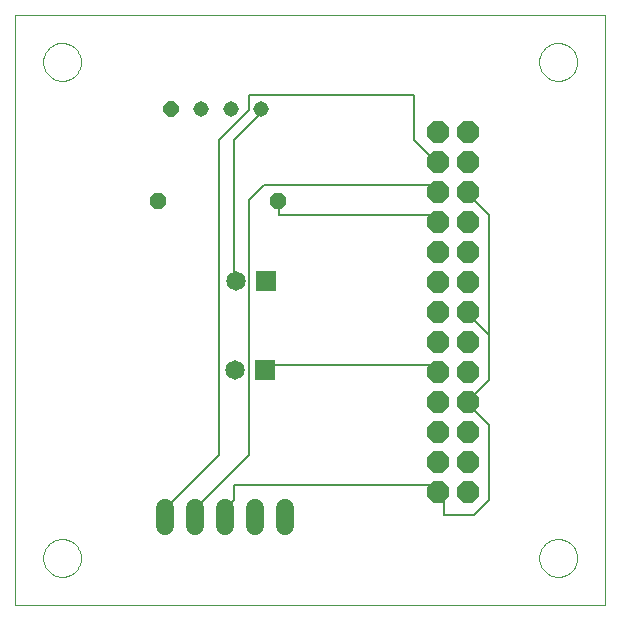
<source format=gbl>
G75*
%MOIN*%
%OFA0B0*%
%FSLAX24Y24*%
%IPPOS*%
%LPD*%
%AMOC8*
5,1,8,0,0,1.08239X$1,22.5*
%
%ADD10C,0.0000*%
%ADD11OC8,0.0515*%
%ADD12C,0.0515*%
%ADD13OC8,0.0740*%
%ADD14R,0.0650X0.0650*%
%ADD15C,0.0650*%
%ADD16OC8,0.0520*%
%ADD17C,0.0600*%
%ADD18C,0.0060*%
D10*
X000100Y000100D02*
X000100Y019785D01*
X019785Y019785D01*
X019785Y000100D01*
X000100Y000100D01*
X001045Y001675D02*
X001047Y001725D01*
X001053Y001775D01*
X001063Y001824D01*
X001077Y001872D01*
X001094Y001919D01*
X001115Y001964D01*
X001140Y002008D01*
X001168Y002049D01*
X001200Y002088D01*
X001234Y002125D01*
X001271Y002159D01*
X001311Y002189D01*
X001353Y002216D01*
X001397Y002240D01*
X001443Y002261D01*
X001490Y002277D01*
X001538Y002290D01*
X001588Y002299D01*
X001637Y002304D01*
X001688Y002305D01*
X001738Y002302D01*
X001787Y002295D01*
X001836Y002284D01*
X001884Y002269D01*
X001930Y002251D01*
X001975Y002229D01*
X002018Y002203D01*
X002059Y002174D01*
X002098Y002142D01*
X002134Y002107D01*
X002166Y002069D01*
X002196Y002029D01*
X002223Y001986D01*
X002246Y001942D01*
X002265Y001896D01*
X002281Y001848D01*
X002293Y001799D01*
X002301Y001750D01*
X002305Y001700D01*
X002305Y001650D01*
X002301Y001600D01*
X002293Y001551D01*
X002281Y001502D01*
X002265Y001454D01*
X002246Y001408D01*
X002223Y001364D01*
X002196Y001321D01*
X002166Y001281D01*
X002134Y001243D01*
X002098Y001208D01*
X002059Y001176D01*
X002018Y001147D01*
X001975Y001121D01*
X001930Y001099D01*
X001884Y001081D01*
X001836Y001066D01*
X001787Y001055D01*
X001738Y001048D01*
X001688Y001045D01*
X001637Y001046D01*
X001588Y001051D01*
X001538Y001060D01*
X001490Y001073D01*
X001443Y001089D01*
X001397Y001110D01*
X001353Y001134D01*
X001311Y001161D01*
X001271Y001191D01*
X001234Y001225D01*
X001200Y001262D01*
X001168Y001301D01*
X001140Y001342D01*
X001115Y001386D01*
X001094Y001431D01*
X001077Y001478D01*
X001063Y001526D01*
X001053Y001575D01*
X001047Y001625D01*
X001045Y001675D01*
X001045Y018210D02*
X001047Y018260D01*
X001053Y018310D01*
X001063Y018359D01*
X001077Y018407D01*
X001094Y018454D01*
X001115Y018499D01*
X001140Y018543D01*
X001168Y018584D01*
X001200Y018623D01*
X001234Y018660D01*
X001271Y018694D01*
X001311Y018724D01*
X001353Y018751D01*
X001397Y018775D01*
X001443Y018796D01*
X001490Y018812D01*
X001538Y018825D01*
X001588Y018834D01*
X001637Y018839D01*
X001688Y018840D01*
X001738Y018837D01*
X001787Y018830D01*
X001836Y018819D01*
X001884Y018804D01*
X001930Y018786D01*
X001975Y018764D01*
X002018Y018738D01*
X002059Y018709D01*
X002098Y018677D01*
X002134Y018642D01*
X002166Y018604D01*
X002196Y018564D01*
X002223Y018521D01*
X002246Y018477D01*
X002265Y018431D01*
X002281Y018383D01*
X002293Y018334D01*
X002301Y018285D01*
X002305Y018235D01*
X002305Y018185D01*
X002301Y018135D01*
X002293Y018086D01*
X002281Y018037D01*
X002265Y017989D01*
X002246Y017943D01*
X002223Y017899D01*
X002196Y017856D01*
X002166Y017816D01*
X002134Y017778D01*
X002098Y017743D01*
X002059Y017711D01*
X002018Y017682D01*
X001975Y017656D01*
X001930Y017634D01*
X001884Y017616D01*
X001836Y017601D01*
X001787Y017590D01*
X001738Y017583D01*
X001688Y017580D01*
X001637Y017581D01*
X001588Y017586D01*
X001538Y017595D01*
X001490Y017608D01*
X001443Y017624D01*
X001397Y017645D01*
X001353Y017669D01*
X001311Y017696D01*
X001271Y017726D01*
X001234Y017760D01*
X001200Y017797D01*
X001168Y017836D01*
X001140Y017877D01*
X001115Y017921D01*
X001094Y017966D01*
X001077Y018013D01*
X001063Y018061D01*
X001053Y018110D01*
X001047Y018160D01*
X001045Y018210D01*
X017580Y018210D02*
X017582Y018260D01*
X017588Y018310D01*
X017598Y018359D01*
X017612Y018407D01*
X017629Y018454D01*
X017650Y018499D01*
X017675Y018543D01*
X017703Y018584D01*
X017735Y018623D01*
X017769Y018660D01*
X017806Y018694D01*
X017846Y018724D01*
X017888Y018751D01*
X017932Y018775D01*
X017978Y018796D01*
X018025Y018812D01*
X018073Y018825D01*
X018123Y018834D01*
X018172Y018839D01*
X018223Y018840D01*
X018273Y018837D01*
X018322Y018830D01*
X018371Y018819D01*
X018419Y018804D01*
X018465Y018786D01*
X018510Y018764D01*
X018553Y018738D01*
X018594Y018709D01*
X018633Y018677D01*
X018669Y018642D01*
X018701Y018604D01*
X018731Y018564D01*
X018758Y018521D01*
X018781Y018477D01*
X018800Y018431D01*
X018816Y018383D01*
X018828Y018334D01*
X018836Y018285D01*
X018840Y018235D01*
X018840Y018185D01*
X018836Y018135D01*
X018828Y018086D01*
X018816Y018037D01*
X018800Y017989D01*
X018781Y017943D01*
X018758Y017899D01*
X018731Y017856D01*
X018701Y017816D01*
X018669Y017778D01*
X018633Y017743D01*
X018594Y017711D01*
X018553Y017682D01*
X018510Y017656D01*
X018465Y017634D01*
X018419Y017616D01*
X018371Y017601D01*
X018322Y017590D01*
X018273Y017583D01*
X018223Y017580D01*
X018172Y017581D01*
X018123Y017586D01*
X018073Y017595D01*
X018025Y017608D01*
X017978Y017624D01*
X017932Y017645D01*
X017888Y017669D01*
X017846Y017696D01*
X017806Y017726D01*
X017769Y017760D01*
X017735Y017797D01*
X017703Y017836D01*
X017675Y017877D01*
X017650Y017921D01*
X017629Y017966D01*
X017612Y018013D01*
X017598Y018061D01*
X017588Y018110D01*
X017582Y018160D01*
X017580Y018210D01*
X017580Y001675D02*
X017582Y001725D01*
X017588Y001775D01*
X017598Y001824D01*
X017612Y001872D01*
X017629Y001919D01*
X017650Y001964D01*
X017675Y002008D01*
X017703Y002049D01*
X017735Y002088D01*
X017769Y002125D01*
X017806Y002159D01*
X017846Y002189D01*
X017888Y002216D01*
X017932Y002240D01*
X017978Y002261D01*
X018025Y002277D01*
X018073Y002290D01*
X018123Y002299D01*
X018172Y002304D01*
X018223Y002305D01*
X018273Y002302D01*
X018322Y002295D01*
X018371Y002284D01*
X018419Y002269D01*
X018465Y002251D01*
X018510Y002229D01*
X018553Y002203D01*
X018594Y002174D01*
X018633Y002142D01*
X018669Y002107D01*
X018701Y002069D01*
X018731Y002029D01*
X018758Y001986D01*
X018781Y001942D01*
X018800Y001896D01*
X018816Y001848D01*
X018828Y001799D01*
X018836Y001750D01*
X018840Y001700D01*
X018840Y001650D01*
X018836Y001600D01*
X018828Y001551D01*
X018816Y001502D01*
X018800Y001454D01*
X018781Y001408D01*
X018758Y001364D01*
X018731Y001321D01*
X018701Y001281D01*
X018669Y001243D01*
X018633Y001208D01*
X018594Y001176D01*
X018553Y001147D01*
X018510Y001121D01*
X018465Y001099D01*
X018419Y001081D01*
X018371Y001066D01*
X018322Y001055D01*
X018273Y001048D01*
X018223Y001045D01*
X018172Y001046D01*
X018123Y001051D01*
X018073Y001060D01*
X018025Y001073D01*
X017978Y001089D01*
X017932Y001110D01*
X017888Y001134D01*
X017846Y001161D01*
X017806Y001191D01*
X017769Y001225D01*
X017735Y001262D01*
X017703Y001301D01*
X017675Y001342D01*
X017650Y001386D01*
X017629Y001431D01*
X017612Y001478D01*
X017598Y001526D01*
X017588Y001575D01*
X017582Y001625D01*
X017580Y001675D01*
D11*
X005317Y016631D03*
D12*
X006317Y016631D03*
X007317Y016631D03*
X008317Y016631D03*
D13*
X014206Y015876D03*
X015206Y015876D03*
X015206Y014876D03*
X014206Y014876D03*
X014206Y013876D03*
X015206Y013876D03*
X015206Y012876D03*
X014206Y012876D03*
X014206Y011876D03*
X015206Y011876D03*
X015206Y010876D03*
X014206Y010876D03*
X014206Y009876D03*
X015206Y009876D03*
X015206Y008876D03*
X014206Y008876D03*
X014206Y007876D03*
X015206Y007876D03*
X015206Y006876D03*
X014206Y006876D03*
X014206Y005876D03*
X015206Y005876D03*
X015206Y004876D03*
X014206Y004876D03*
X014206Y003876D03*
X015206Y003876D03*
D14*
X008450Y007943D03*
X008490Y010891D03*
D15*
X007490Y010891D03*
X007450Y007943D03*
D16*
X008883Y013580D03*
X004883Y013580D03*
D17*
X005108Y003353D02*
X005108Y002753D01*
X006108Y002753D02*
X006108Y003353D01*
X007108Y003353D02*
X007108Y002753D01*
X008108Y002753D02*
X008108Y003353D01*
X009108Y003353D02*
X009108Y002753D01*
D18*
X007415Y003600D02*
X006915Y003100D01*
X007108Y003053D01*
X007415Y003600D02*
X007415Y004100D01*
X013915Y004100D01*
X014206Y003876D01*
X014415Y003600D01*
X014415Y003100D01*
X015415Y003100D01*
X015915Y003600D01*
X015915Y006100D01*
X015415Y006600D01*
X015206Y006876D01*
X015415Y007100D01*
X015915Y007600D01*
X015915Y009100D01*
X015915Y013100D01*
X015415Y013600D01*
X015206Y013876D01*
X014206Y013876D02*
X013915Y014100D01*
X008415Y014100D01*
X007915Y013600D01*
X007915Y005100D01*
X005915Y003100D01*
X006108Y003053D01*
X005108Y003053D02*
X004915Y003100D01*
X006915Y005100D01*
X006915Y015600D01*
X007915Y016600D01*
X007915Y017100D01*
X013415Y017100D01*
X013415Y015600D01*
X013915Y015100D01*
X014206Y014876D01*
X013915Y013100D02*
X014206Y012876D01*
X013915Y013100D02*
X008915Y013100D01*
X008915Y013600D01*
X008883Y013580D01*
X007415Y015600D02*
X007415Y011100D01*
X007490Y010891D01*
X008415Y008100D02*
X008450Y007943D01*
X008415Y008100D02*
X013915Y008100D01*
X014206Y007876D01*
X015915Y009100D02*
X015415Y009600D01*
X015206Y009876D01*
X008415Y016600D02*
X008317Y016631D01*
X008415Y016600D02*
X007415Y015600D01*
M02*

</source>
